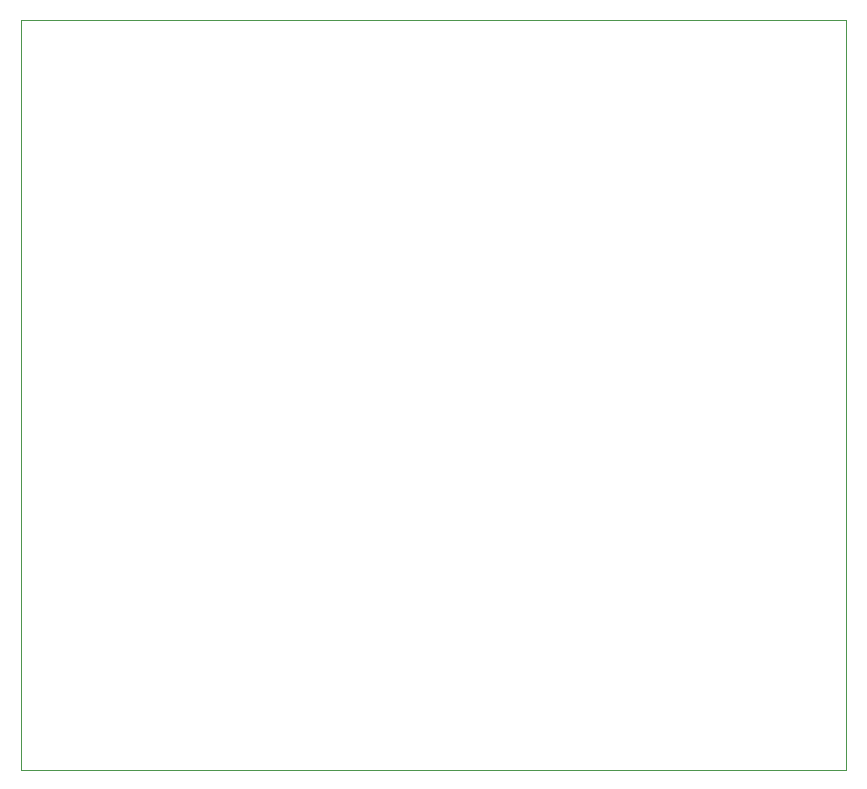
<source format=gm1>
G04 #@! TF.GenerationSoftware,KiCad,Pcbnew,6.0.2+dfsg-1*
G04 #@! TF.CreationDate,2024-05-29T15:37:31-06:00*
G04 #@! TF.ProjectId,mss-atlasadapter,6d73732d-6174-46c6-9173-616461707465,rev?*
G04 #@! TF.SameCoordinates,Original*
G04 #@! TF.FileFunction,Profile,NP*
%FSLAX46Y46*%
G04 Gerber Fmt 4.6, Leading zero omitted, Abs format (unit mm)*
G04 Created by KiCad (PCBNEW 6.0.2+dfsg-1) date 2024-05-29 15:37:31*
%MOMM*%
%LPD*%
G01*
G04 APERTURE LIST*
G04 #@! TA.AperFunction,Profile*
%ADD10C,0.100000*%
G04 #@! TD*
G04 APERTURE END LIST*
D10*
X25400000Y-128270000D02*
X95250000Y-128270000D01*
X95250000Y-128270000D02*
X95250000Y-191770000D01*
X95250000Y-191770000D02*
X25400000Y-191770000D01*
X25400000Y-191770000D02*
X25400000Y-128270000D01*
M02*

</source>
